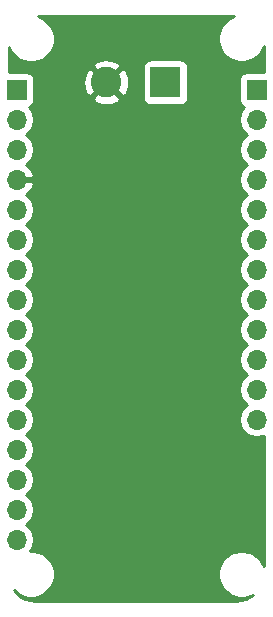
<source format=gbr>
%TF.GenerationSoftware,KiCad,Pcbnew,5.1.6-c6e7f7d~87~ubuntu18.04.1*%
%TF.CreationDate,2020-09-01T16:33:05-07:00*%
%TF.ProjectId,feather-power-supply-sw-smd,66656174-6865-4722-9d70-6f7765722d73,rev?*%
%TF.SameCoordinates,Original*%
%TF.FileFunction,Copper,L2,Bot*%
%TF.FilePolarity,Positive*%
%FSLAX46Y46*%
G04 Gerber Fmt 4.6, Leading zero omitted, Abs format (unit mm)*
G04 Created by KiCad (PCBNEW 5.1.6-c6e7f7d~87~ubuntu18.04.1) date 2020-09-01 16:33:05*
%MOMM*%
%LPD*%
G01*
G04 APERTURE LIST*
%TA.AperFunction,ComponentPad*%
%ADD10R,2.600000X2.600000*%
%TD*%
%TA.AperFunction,ComponentPad*%
%ADD11C,2.600000*%
%TD*%
%TA.AperFunction,ComponentPad*%
%ADD12O,1.700000X1.700000*%
%TD*%
%TA.AperFunction,ComponentPad*%
%ADD13R,1.700000X1.700000*%
%TD*%
%TA.AperFunction,ViaPad*%
%ADD14C,0.685800*%
%TD*%
%TA.AperFunction,Conductor*%
%ADD15C,0.254000*%
%TD*%
G04 APERTURE END LIST*
D10*
%TO.P,J1,1*%
%TO.N,/BATT+*%
X130467100Y-70116700D03*
D11*
%TO.P,J1,2*%
%TO.N,GND*%
X125467100Y-70116700D03*
%TD*%
D12*
%TO.P,J3,16*%
%TO.N,Net-(J3-Pad16)*%
X117856000Y-108839000D03*
%TO.P,J3,15*%
%TO.N,Net-(J3-Pad15)*%
X117856000Y-106299000D03*
%TO.P,J3,14*%
%TO.N,Net-(J3-Pad14)*%
X117856000Y-103759000D03*
%TO.P,J3,13*%
%TO.N,Net-(J3-Pad13)*%
X117856000Y-101219000D03*
%TO.P,J3,12*%
%TO.N,Net-(J3-Pad12)*%
X117856000Y-98679000D03*
%TO.P,J3,11*%
%TO.N,Net-(J3-Pad11)*%
X117856000Y-96139000D03*
%TO.P,J3,10*%
%TO.N,Net-(J3-Pad10)*%
X117856000Y-93599000D03*
%TO.P,J3,9*%
%TO.N,Net-(J3-Pad9)*%
X117856000Y-91059000D03*
%TO.P,J3,8*%
%TO.N,Net-(J3-Pad8)*%
X117856000Y-88519000D03*
%TO.P,J3,7*%
%TO.N,Net-(J3-Pad7)*%
X117856000Y-85979000D03*
%TO.P,J3,6*%
%TO.N,A0*%
X117856000Y-83439000D03*
%TO.P,J3,5*%
%TO.N,Net-(J3-Pad5)*%
X117856000Y-80899000D03*
%TO.P,J3,4*%
%TO.N,GND*%
X117856000Y-78359000D03*
%TO.P,J3,3*%
%TO.N,Net-(J3-Pad3)*%
X117856000Y-75819000D03*
%TO.P,J3,2*%
%TO.N,Net-(J3-Pad2)*%
X117856000Y-73279000D03*
D13*
%TO.P,J3,1*%
%TO.N,Net-(J3-Pad1)*%
X117856000Y-70739000D03*
%TD*%
%TO.P,J2,1*%
%TO.N,Net-(J2-Pad1)*%
X138176000Y-70739000D03*
D12*
%TO.P,J2,2*%
%TO.N,Net-(J2-Pad2)*%
X138176000Y-73279000D03*
%TO.P,J2,3*%
%TO.N,Net-(J2-Pad3)*%
X138176000Y-75819000D03*
%TO.P,J2,4*%
%TO.N,VUSB*%
X138176000Y-78359000D03*
%TO.P,J2,5*%
%TO.N,Net-(J2-Pad5)*%
X138176000Y-80899000D03*
%TO.P,J2,6*%
%TO.N,Net-(J2-Pad6)*%
X138176000Y-83439000D03*
%TO.P,J2,7*%
%TO.N,Net-(J2-Pad7)*%
X138176000Y-85979000D03*
%TO.P,J2,8*%
%TO.N,Net-(J2-Pad8)*%
X138176000Y-88519000D03*
%TO.P,J2,9*%
%TO.N,Net-(J2-Pad9)*%
X138176000Y-91059000D03*
%TO.P,J2,10*%
%TO.N,Net-(J2-Pad10)*%
X138176000Y-93599000D03*
%TO.P,J2,11*%
%TO.N,Net-(J2-Pad11)*%
X138176000Y-96139000D03*
%TO.P,J2,12*%
%TO.N,Net-(J2-Pad12)*%
X138176000Y-98679000D03*
%TD*%
D14*
%TO.N,GND*%
X121881900Y-73533000D03*
X129501900Y-87096600D03*
X129501900Y-87960200D03*
X129501900Y-88798400D03*
X134277100Y-93383100D03*
X135166100Y-93383100D03*
X128625600Y-93662500D03*
X133032500Y-91897200D03*
X122961400Y-64744600D03*
X124231400Y-64744600D03*
X126771400Y-64744600D03*
X125501400Y-64744600D03*
X130835400Y-64744600D03*
X132105400Y-64744600D03*
X129565400Y-64744600D03*
X133375400Y-64744600D03*
X128270000Y-64744600D03*
X121691400Y-64744600D03*
X134620000Y-64770000D03*
X120091200Y-89611200D03*
X120827800Y-89611200D03*
X121640600Y-89585800D03*
X123520200Y-90957400D03*
X124358400Y-90957400D03*
X123571000Y-81889600D03*
X130429000Y-81026000D03*
X130429000Y-81915000D03*
X130302000Y-77597000D03*
X130302000Y-78486000D03*
%TD*%
D15*
%TO.N,GND*%
G36*
X135965750Y-64661915D02*
G01*
X135640636Y-64879149D01*
X135364149Y-65155636D01*
X135146915Y-65480750D01*
X134997282Y-65841997D01*
X134921000Y-66225495D01*
X134921000Y-66616505D01*
X134997282Y-67000003D01*
X135146915Y-67361250D01*
X135364149Y-67686364D01*
X135640636Y-67962851D01*
X135965750Y-68180085D01*
X136326997Y-68329718D01*
X136710495Y-68406000D01*
X137101505Y-68406000D01*
X137485003Y-68329718D01*
X137846250Y-68180085D01*
X138171364Y-67962851D01*
X138447851Y-67686364D01*
X138665085Y-67361250D01*
X138786000Y-67069335D01*
X138786000Y-69250928D01*
X137326000Y-69250928D01*
X137201518Y-69263188D01*
X137081820Y-69299498D01*
X136971506Y-69358463D01*
X136874815Y-69437815D01*
X136795463Y-69534506D01*
X136736498Y-69644820D01*
X136700188Y-69764518D01*
X136687928Y-69889000D01*
X136687928Y-71589000D01*
X136700188Y-71713482D01*
X136736498Y-71833180D01*
X136795463Y-71943494D01*
X136874815Y-72040185D01*
X136971506Y-72119537D01*
X137081820Y-72178502D01*
X137154380Y-72200513D01*
X137022525Y-72332368D01*
X136860010Y-72575589D01*
X136748068Y-72845842D01*
X136691000Y-73132740D01*
X136691000Y-73425260D01*
X136748068Y-73712158D01*
X136860010Y-73982411D01*
X137022525Y-74225632D01*
X137229368Y-74432475D01*
X137403760Y-74549000D01*
X137229368Y-74665525D01*
X137022525Y-74872368D01*
X136860010Y-75115589D01*
X136748068Y-75385842D01*
X136691000Y-75672740D01*
X136691000Y-75965260D01*
X136748068Y-76252158D01*
X136860010Y-76522411D01*
X137022525Y-76765632D01*
X137229368Y-76972475D01*
X137403760Y-77089000D01*
X137229368Y-77205525D01*
X137022525Y-77412368D01*
X136860010Y-77655589D01*
X136748068Y-77925842D01*
X136691000Y-78212740D01*
X136691000Y-78505260D01*
X136748068Y-78792158D01*
X136860010Y-79062411D01*
X137022525Y-79305632D01*
X137229368Y-79512475D01*
X137403760Y-79629000D01*
X137229368Y-79745525D01*
X137022525Y-79952368D01*
X136860010Y-80195589D01*
X136748068Y-80465842D01*
X136691000Y-80752740D01*
X136691000Y-81045260D01*
X136748068Y-81332158D01*
X136860010Y-81602411D01*
X137022525Y-81845632D01*
X137229368Y-82052475D01*
X137403760Y-82169000D01*
X137229368Y-82285525D01*
X137022525Y-82492368D01*
X136860010Y-82735589D01*
X136748068Y-83005842D01*
X136691000Y-83292740D01*
X136691000Y-83585260D01*
X136748068Y-83872158D01*
X136860010Y-84142411D01*
X137022525Y-84385632D01*
X137229368Y-84592475D01*
X137403760Y-84709000D01*
X137229368Y-84825525D01*
X137022525Y-85032368D01*
X136860010Y-85275589D01*
X136748068Y-85545842D01*
X136691000Y-85832740D01*
X136691000Y-86125260D01*
X136748068Y-86412158D01*
X136860010Y-86682411D01*
X137022525Y-86925632D01*
X137229368Y-87132475D01*
X137403760Y-87249000D01*
X137229368Y-87365525D01*
X137022525Y-87572368D01*
X136860010Y-87815589D01*
X136748068Y-88085842D01*
X136691000Y-88372740D01*
X136691000Y-88665260D01*
X136748068Y-88952158D01*
X136860010Y-89222411D01*
X137022525Y-89465632D01*
X137229368Y-89672475D01*
X137403760Y-89789000D01*
X137229368Y-89905525D01*
X137022525Y-90112368D01*
X136860010Y-90355589D01*
X136748068Y-90625842D01*
X136691000Y-90912740D01*
X136691000Y-91205260D01*
X136748068Y-91492158D01*
X136860010Y-91762411D01*
X137022525Y-92005632D01*
X137229368Y-92212475D01*
X137403760Y-92329000D01*
X137229368Y-92445525D01*
X137022525Y-92652368D01*
X136860010Y-92895589D01*
X136748068Y-93165842D01*
X136691000Y-93452740D01*
X136691000Y-93745260D01*
X136748068Y-94032158D01*
X136860010Y-94302411D01*
X137022525Y-94545632D01*
X137229368Y-94752475D01*
X137403760Y-94869000D01*
X137229368Y-94985525D01*
X137022525Y-95192368D01*
X136860010Y-95435589D01*
X136748068Y-95705842D01*
X136691000Y-95992740D01*
X136691000Y-96285260D01*
X136748068Y-96572158D01*
X136860010Y-96842411D01*
X137022525Y-97085632D01*
X137229368Y-97292475D01*
X137403760Y-97409000D01*
X137229368Y-97525525D01*
X137022525Y-97732368D01*
X136860010Y-97975589D01*
X136748068Y-98245842D01*
X136691000Y-98532740D01*
X136691000Y-98825260D01*
X136748068Y-99112158D01*
X136860010Y-99382411D01*
X137022525Y-99625632D01*
X137229368Y-99832475D01*
X137472589Y-99994990D01*
X137742842Y-100106932D01*
X138029740Y-100164000D01*
X138322260Y-100164000D01*
X138609158Y-100106932D01*
X138786001Y-100033682D01*
X138786001Y-111111668D01*
X138665085Y-110819750D01*
X138447851Y-110494636D01*
X138171364Y-110218149D01*
X137846250Y-110000915D01*
X137485003Y-109851282D01*
X137101505Y-109775000D01*
X136710495Y-109775000D01*
X136326997Y-109851282D01*
X135965750Y-110000915D01*
X135640636Y-110218149D01*
X135364149Y-110494636D01*
X135146915Y-110819750D01*
X134997282Y-111180997D01*
X134921000Y-111564495D01*
X134921000Y-111955505D01*
X134997282Y-112339003D01*
X135146915Y-112700250D01*
X135364149Y-113025364D01*
X135640636Y-113301851D01*
X135965750Y-113519085D01*
X136326997Y-113668718D01*
X136710495Y-113745000D01*
X137101505Y-113745000D01*
X137485003Y-113668718D01*
X137836982Y-113522924D01*
X137731581Y-113610119D01*
X137322162Y-113831491D01*
X136877535Y-113969126D01*
X136383990Y-114021000D01*
X119412278Y-114021000D01*
X118966118Y-113977254D01*
X118568001Y-113857055D01*
X118200815Y-113661819D01*
X117878539Y-113398977D01*
X117620763Y-113087378D01*
X117835236Y-113301851D01*
X118160350Y-113519085D01*
X118521597Y-113668718D01*
X118905095Y-113745000D01*
X119296105Y-113745000D01*
X119679603Y-113668718D01*
X120040850Y-113519085D01*
X120365964Y-113301851D01*
X120642451Y-113025364D01*
X120859685Y-112700250D01*
X121009318Y-112339003D01*
X121085600Y-111955505D01*
X121085600Y-111564495D01*
X121009318Y-111180997D01*
X120859685Y-110819750D01*
X120642451Y-110494636D01*
X120365964Y-110218149D01*
X120040850Y-110000915D01*
X119679603Y-109851282D01*
X119296105Y-109775000D01*
X119016579Y-109775000D01*
X119171990Y-109542411D01*
X119283932Y-109272158D01*
X119341000Y-108985260D01*
X119341000Y-108692740D01*
X119283932Y-108405842D01*
X119171990Y-108135589D01*
X119009475Y-107892368D01*
X118802632Y-107685525D01*
X118628240Y-107569000D01*
X118802632Y-107452475D01*
X119009475Y-107245632D01*
X119171990Y-107002411D01*
X119283932Y-106732158D01*
X119341000Y-106445260D01*
X119341000Y-106152740D01*
X119283932Y-105865842D01*
X119171990Y-105595589D01*
X119009475Y-105352368D01*
X118802632Y-105145525D01*
X118628240Y-105029000D01*
X118802632Y-104912475D01*
X119009475Y-104705632D01*
X119171990Y-104462411D01*
X119283932Y-104192158D01*
X119341000Y-103905260D01*
X119341000Y-103612740D01*
X119283932Y-103325842D01*
X119171990Y-103055589D01*
X119009475Y-102812368D01*
X118802632Y-102605525D01*
X118628240Y-102489000D01*
X118802632Y-102372475D01*
X119009475Y-102165632D01*
X119171990Y-101922411D01*
X119283932Y-101652158D01*
X119341000Y-101365260D01*
X119341000Y-101072740D01*
X119283932Y-100785842D01*
X119171990Y-100515589D01*
X119009475Y-100272368D01*
X118802632Y-100065525D01*
X118628240Y-99949000D01*
X118802632Y-99832475D01*
X119009475Y-99625632D01*
X119171990Y-99382411D01*
X119283932Y-99112158D01*
X119341000Y-98825260D01*
X119341000Y-98532740D01*
X119283932Y-98245842D01*
X119171990Y-97975589D01*
X119009475Y-97732368D01*
X118802632Y-97525525D01*
X118628240Y-97409000D01*
X118802632Y-97292475D01*
X119009475Y-97085632D01*
X119171990Y-96842411D01*
X119283932Y-96572158D01*
X119341000Y-96285260D01*
X119341000Y-95992740D01*
X119283932Y-95705842D01*
X119171990Y-95435589D01*
X119009475Y-95192368D01*
X118802632Y-94985525D01*
X118628240Y-94869000D01*
X118802632Y-94752475D01*
X119009475Y-94545632D01*
X119171990Y-94302411D01*
X119283932Y-94032158D01*
X119341000Y-93745260D01*
X119341000Y-93452740D01*
X119283932Y-93165842D01*
X119171990Y-92895589D01*
X119009475Y-92652368D01*
X118802632Y-92445525D01*
X118628240Y-92329000D01*
X118802632Y-92212475D01*
X119009475Y-92005632D01*
X119171990Y-91762411D01*
X119283932Y-91492158D01*
X119341000Y-91205260D01*
X119341000Y-90912740D01*
X119283932Y-90625842D01*
X119171990Y-90355589D01*
X119009475Y-90112368D01*
X118802632Y-89905525D01*
X118628240Y-89789000D01*
X118802632Y-89672475D01*
X119009475Y-89465632D01*
X119171990Y-89222411D01*
X119283932Y-88952158D01*
X119341000Y-88665260D01*
X119341000Y-88372740D01*
X119283932Y-88085842D01*
X119171990Y-87815589D01*
X119009475Y-87572368D01*
X118802632Y-87365525D01*
X118628240Y-87249000D01*
X118802632Y-87132475D01*
X119009475Y-86925632D01*
X119171990Y-86682411D01*
X119283932Y-86412158D01*
X119341000Y-86125260D01*
X119341000Y-85832740D01*
X119283932Y-85545842D01*
X119171990Y-85275589D01*
X119009475Y-85032368D01*
X118802632Y-84825525D01*
X118628240Y-84709000D01*
X118802632Y-84592475D01*
X119009475Y-84385632D01*
X119171990Y-84142411D01*
X119283932Y-83872158D01*
X119341000Y-83585260D01*
X119341000Y-83292740D01*
X119283932Y-83005842D01*
X119171990Y-82735589D01*
X119009475Y-82492368D01*
X118802632Y-82285525D01*
X118628240Y-82169000D01*
X118802632Y-82052475D01*
X119009475Y-81845632D01*
X119171990Y-81602411D01*
X119283932Y-81332158D01*
X119341000Y-81045260D01*
X119341000Y-80752740D01*
X119283932Y-80465842D01*
X119171990Y-80195589D01*
X119009475Y-79952368D01*
X118802632Y-79745525D01*
X118620466Y-79623805D01*
X118737355Y-79554178D01*
X118953588Y-79359269D01*
X119127641Y-79125920D01*
X119252825Y-78863099D01*
X119297476Y-78715890D01*
X119176155Y-78486000D01*
X117983000Y-78486000D01*
X117983000Y-78506000D01*
X117729000Y-78506000D01*
X117729000Y-78486000D01*
X117709000Y-78486000D01*
X117709000Y-78232000D01*
X117729000Y-78232000D01*
X117729000Y-78212000D01*
X117983000Y-78212000D01*
X117983000Y-78232000D01*
X119176155Y-78232000D01*
X119297476Y-78002110D01*
X119252825Y-77854901D01*
X119127641Y-77592080D01*
X118953588Y-77358731D01*
X118737355Y-77163822D01*
X118620466Y-77094195D01*
X118802632Y-76972475D01*
X119009475Y-76765632D01*
X119171990Y-76522411D01*
X119283932Y-76252158D01*
X119341000Y-75965260D01*
X119341000Y-75672740D01*
X119283932Y-75385842D01*
X119171990Y-75115589D01*
X119009475Y-74872368D01*
X118802632Y-74665525D01*
X118628240Y-74549000D01*
X118802632Y-74432475D01*
X119009475Y-74225632D01*
X119171990Y-73982411D01*
X119283932Y-73712158D01*
X119341000Y-73425260D01*
X119341000Y-73132740D01*
X119283932Y-72845842D01*
X119171990Y-72575589D01*
X119009475Y-72332368D01*
X118877620Y-72200513D01*
X118950180Y-72178502D01*
X119060494Y-72119537D01*
X119157185Y-72040185D01*
X119236537Y-71943494D01*
X119295502Y-71833180D01*
X119331812Y-71713482D01*
X119344072Y-71589000D01*
X119344072Y-71465924D01*
X124297481Y-71465924D01*
X124429417Y-71761012D01*
X124770145Y-71931859D01*
X125137657Y-72032950D01*
X125517829Y-72060401D01*
X125896051Y-72013157D01*
X126257790Y-71893033D01*
X126504783Y-71761012D01*
X126636719Y-71465924D01*
X125467100Y-70296305D01*
X124297481Y-71465924D01*
X119344072Y-71465924D01*
X119344072Y-70167429D01*
X123523399Y-70167429D01*
X123570643Y-70545651D01*
X123690767Y-70907390D01*
X123822788Y-71154383D01*
X124117876Y-71286319D01*
X125287495Y-70116700D01*
X125646705Y-70116700D01*
X126816324Y-71286319D01*
X127111412Y-71154383D01*
X127282259Y-70813655D01*
X127383350Y-70446143D01*
X127410801Y-70065971D01*
X127363557Y-69687749D01*
X127243433Y-69326010D01*
X127111412Y-69079017D01*
X126816324Y-68947081D01*
X125646705Y-70116700D01*
X125287495Y-70116700D01*
X124117876Y-68947081D01*
X123822788Y-69079017D01*
X123651941Y-69419745D01*
X123550850Y-69787257D01*
X123523399Y-70167429D01*
X119344072Y-70167429D01*
X119344072Y-69889000D01*
X119331812Y-69764518D01*
X119295502Y-69644820D01*
X119236537Y-69534506D01*
X119157185Y-69437815D01*
X119060494Y-69358463D01*
X118950180Y-69299498D01*
X118830482Y-69263188D01*
X118706000Y-69250928D01*
X117246000Y-69250928D01*
X117246000Y-68767476D01*
X124297481Y-68767476D01*
X125467100Y-69937095D01*
X126587495Y-68816700D01*
X128529028Y-68816700D01*
X128529028Y-71416700D01*
X128541288Y-71541182D01*
X128577598Y-71660880D01*
X128636563Y-71771194D01*
X128715915Y-71867885D01*
X128812606Y-71947237D01*
X128922920Y-72006202D01*
X129042618Y-72042512D01*
X129167100Y-72054772D01*
X131767100Y-72054772D01*
X131891582Y-72042512D01*
X132011280Y-72006202D01*
X132121594Y-71947237D01*
X132218285Y-71867885D01*
X132297637Y-71771194D01*
X132356602Y-71660880D01*
X132392912Y-71541182D01*
X132405172Y-71416700D01*
X132405172Y-68816700D01*
X132392912Y-68692218D01*
X132356602Y-68572520D01*
X132297637Y-68462206D01*
X132218285Y-68365515D01*
X132121594Y-68286163D01*
X132011280Y-68227198D01*
X131891582Y-68190888D01*
X131767100Y-68178628D01*
X129167100Y-68178628D01*
X129042618Y-68190888D01*
X128922920Y-68227198D01*
X128812606Y-68286163D01*
X128715915Y-68365515D01*
X128636563Y-68462206D01*
X128577598Y-68572520D01*
X128541288Y-68692218D01*
X128529028Y-68816700D01*
X126587495Y-68816700D01*
X126636719Y-68767476D01*
X126504783Y-68472388D01*
X126164055Y-68301541D01*
X125796543Y-68200450D01*
X125416371Y-68172999D01*
X125038149Y-68220243D01*
X124676410Y-68340367D01*
X124429417Y-68472388D01*
X124297481Y-68767476D01*
X117246000Y-68767476D01*
X117246000Y-67156056D01*
X117341515Y-67386650D01*
X117558749Y-67711764D01*
X117835236Y-67988251D01*
X118160350Y-68205485D01*
X118521597Y-68355118D01*
X118905095Y-68431400D01*
X119296105Y-68431400D01*
X119679603Y-68355118D01*
X120040850Y-68205485D01*
X120365964Y-67988251D01*
X120642451Y-67711764D01*
X120859685Y-67386650D01*
X121009318Y-67025403D01*
X121085600Y-66641905D01*
X121085600Y-66250895D01*
X121009318Y-65867397D01*
X120859685Y-65506150D01*
X120642451Y-65181036D01*
X120365964Y-64904549D01*
X120040850Y-64687315D01*
X119687613Y-64541000D01*
X136257665Y-64541000D01*
X135965750Y-64661915D01*
G37*
X135965750Y-64661915D02*
X135640636Y-64879149D01*
X135364149Y-65155636D01*
X135146915Y-65480750D01*
X134997282Y-65841997D01*
X134921000Y-66225495D01*
X134921000Y-66616505D01*
X134997282Y-67000003D01*
X135146915Y-67361250D01*
X135364149Y-67686364D01*
X135640636Y-67962851D01*
X135965750Y-68180085D01*
X136326997Y-68329718D01*
X136710495Y-68406000D01*
X137101505Y-68406000D01*
X137485003Y-68329718D01*
X137846250Y-68180085D01*
X138171364Y-67962851D01*
X138447851Y-67686364D01*
X138665085Y-67361250D01*
X138786000Y-67069335D01*
X138786000Y-69250928D01*
X137326000Y-69250928D01*
X137201518Y-69263188D01*
X137081820Y-69299498D01*
X136971506Y-69358463D01*
X136874815Y-69437815D01*
X136795463Y-69534506D01*
X136736498Y-69644820D01*
X136700188Y-69764518D01*
X136687928Y-69889000D01*
X136687928Y-71589000D01*
X136700188Y-71713482D01*
X136736498Y-71833180D01*
X136795463Y-71943494D01*
X136874815Y-72040185D01*
X136971506Y-72119537D01*
X137081820Y-72178502D01*
X137154380Y-72200513D01*
X137022525Y-72332368D01*
X136860010Y-72575589D01*
X136748068Y-72845842D01*
X136691000Y-73132740D01*
X136691000Y-73425260D01*
X136748068Y-73712158D01*
X136860010Y-73982411D01*
X137022525Y-74225632D01*
X137229368Y-74432475D01*
X137403760Y-74549000D01*
X137229368Y-74665525D01*
X137022525Y-74872368D01*
X136860010Y-75115589D01*
X136748068Y-75385842D01*
X136691000Y-75672740D01*
X136691000Y-75965260D01*
X136748068Y-76252158D01*
X136860010Y-76522411D01*
X137022525Y-76765632D01*
X137229368Y-76972475D01*
X137403760Y-77089000D01*
X137229368Y-77205525D01*
X137022525Y-77412368D01*
X136860010Y-77655589D01*
X136748068Y-77925842D01*
X136691000Y-78212740D01*
X136691000Y-78505260D01*
X136748068Y-78792158D01*
X136860010Y-79062411D01*
X137022525Y-79305632D01*
X137229368Y-79512475D01*
X137403760Y-79629000D01*
X137229368Y-79745525D01*
X137022525Y-79952368D01*
X136860010Y-80195589D01*
X136748068Y-80465842D01*
X136691000Y-80752740D01*
X136691000Y-81045260D01*
X136748068Y-81332158D01*
X136860010Y-81602411D01*
X137022525Y-81845632D01*
X137229368Y-82052475D01*
X137403760Y-82169000D01*
X137229368Y-82285525D01*
X137022525Y-82492368D01*
X136860010Y-82735589D01*
X136748068Y-83005842D01*
X136691000Y-83292740D01*
X136691000Y-83585260D01*
X136748068Y-83872158D01*
X136860010Y-84142411D01*
X137022525Y-84385632D01*
X137229368Y-84592475D01*
X137403760Y-84709000D01*
X137229368Y-84825525D01*
X137022525Y-85032368D01*
X136860010Y-85275589D01*
X136748068Y-85545842D01*
X136691000Y-85832740D01*
X136691000Y-86125260D01*
X136748068Y-86412158D01*
X136860010Y-86682411D01*
X137022525Y-86925632D01*
X137229368Y-87132475D01*
X137403760Y-87249000D01*
X137229368Y-87365525D01*
X137022525Y-87572368D01*
X136860010Y-87815589D01*
X136748068Y-88085842D01*
X136691000Y-88372740D01*
X136691000Y-88665260D01*
X136748068Y-88952158D01*
X136860010Y-89222411D01*
X137022525Y-89465632D01*
X137229368Y-89672475D01*
X137403760Y-89789000D01*
X137229368Y-89905525D01*
X137022525Y-90112368D01*
X136860010Y-90355589D01*
X136748068Y-90625842D01*
X136691000Y-90912740D01*
X136691000Y-91205260D01*
X136748068Y-91492158D01*
X136860010Y-91762411D01*
X137022525Y-92005632D01*
X137229368Y-92212475D01*
X137403760Y-92329000D01*
X137229368Y-92445525D01*
X137022525Y-92652368D01*
X136860010Y-92895589D01*
X136748068Y-93165842D01*
X136691000Y-93452740D01*
X136691000Y-93745260D01*
X136748068Y-94032158D01*
X136860010Y-94302411D01*
X137022525Y-94545632D01*
X137229368Y-94752475D01*
X137403760Y-94869000D01*
X137229368Y-94985525D01*
X137022525Y-95192368D01*
X136860010Y-95435589D01*
X136748068Y-95705842D01*
X136691000Y-95992740D01*
X136691000Y-96285260D01*
X136748068Y-96572158D01*
X136860010Y-96842411D01*
X137022525Y-97085632D01*
X137229368Y-97292475D01*
X137403760Y-97409000D01*
X137229368Y-97525525D01*
X137022525Y-97732368D01*
X136860010Y-97975589D01*
X136748068Y-98245842D01*
X136691000Y-98532740D01*
X136691000Y-98825260D01*
X136748068Y-99112158D01*
X136860010Y-99382411D01*
X137022525Y-99625632D01*
X137229368Y-99832475D01*
X137472589Y-99994990D01*
X137742842Y-100106932D01*
X138029740Y-100164000D01*
X138322260Y-100164000D01*
X138609158Y-100106932D01*
X138786001Y-100033682D01*
X138786001Y-111111668D01*
X138665085Y-110819750D01*
X138447851Y-110494636D01*
X138171364Y-110218149D01*
X137846250Y-110000915D01*
X137485003Y-109851282D01*
X137101505Y-109775000D01*
X136710495Y-109775000D01*
X136326997Y-109851282D01*
X135965750Y-110000915D01*
X135640636Y-110218149D01*
X135364149Y-110494636D01*
X135146915Y-110819750D01*
X134997282Y-111180997D01*
X134921000Y-111564495D01*
X134921000Y-111955505D01*
X134997282Y-112339003D01*
X135146915Y-112700250D01*
X135364149Y-113025364D01*
X135640636Y-113301851D01*
X135965750Y-113519085D01*
X136326997Y-113668718D01*
X136710495Y-113745000D01*
X137101505Y-113745000D01*
X137485003Y-113668718D01*
X137836982Y-113522924D01*
X137731581Y-113610119D01*
X137322162Y-113831491D01*
X136877535Y-113969126D01*
X136383990Y-114021000D01*
X119412278Y-114021000D01*
X118966118Y-113977254D01*
X118568001Y-113857055D01*
X118200815Y-113661819D01*
X117878539Y-113398977D01*
X117620763Y-113087378D01*
X117835236Y-113301851D01*
X118160350Y-113519085D01*
X118521597Y-113668718D01*
X118905095Y-113745000D01*
X119296105Y-113745000D01*
X119679603Y-113668718D01*
X120040850Y-113519085D01*
X120365964Y-113301851D01*
X120642451Y-113025364D01*
X120859685Y-112700250D01*
X121009318Y-112339003D01*
X121085600Y-111955505D01*
X121085600Y-111564495D01*
X121009318Y-111180997D01*
X120859685Y-110819750D01*
X120642451Y-110494636D01*
X120365964Y-110218149D01*
X120040850Y-110000915D01*
X119679603Y-109851282D01*
X119296105Y-109775000D01*
X119016579Y-109775000D01*
X119171990Y-109542411D01*
X119283932Y-109272158D01*
X119341000Y-108985260D01*
X119341000Y-108692740D01*
X119283932Y-108405842D01*
X119171990Y-108135589D01*
X119009475Y-107892368D01*
X118802632Y-107685525D01*
X118628240Y-107569000D01*
X118802632Y-107452475D01*
X119009475Y-107245632D01*
X119171990Y-107002411D01*
X119283932Y-106732158D01*
X119341000Y-106445260D01*
X119341000Y-106152740D01*
X119283932Y-105865842D01*
X119171990Y-105595589D01*
X119009475Y-105352368D01*
X118802632Y-105145525D01*
X118628240Y-105029000D01*
X118802632Y-104912475D01*
X119009475Y-104705632D01*
X119171990Y-104462411D01*
X119283932Y-104192158D01*
X119341000Y-103905260D01*
X119341000Y-103612740D01*
X119283932Y-103325842D01*
X119171990Y-103055589D01*
X119009475Y-102812368D01*
X118802632Y-102605525D01*
X118628240Y-102489000D01*
X118802632Y-102372475D01*
X119009475Y-102165632D01*
X119171990Y-101922411D01*
X119283932Y-101652158D01*
X119341000Y-101365260D01*
X119341000Y-101072740D01*
X119283932Y-100785842D01*
X119171990Y-100515589D01*
X119009475Y-100272368D01*
X118802632Y-100065525D01*
X118628240Y-99949000D01*
X118802632Y-99832475D01*
X119009475Y-99625632D01*
X119171990Y-99382411D01*
X119283932Y-99112158D01*
X119341000Y-98825260D01*
X119341000Y-98532740D01*
X119283932Y-98245842D01*
X119171990Y-97975589D01*
X119009475Y-97732368D01*
X118802632Y-97525525D01*
X118628240Y-97409000D01*
X118802632Y-97292475D01*
X119009475Y-97085632D01*
X119171990Y-96842411D01*
X119283932Y-96572158D01*
X119341000Y-96285260D01*
X119341000Y-95992740D01*
X119283932Y-95705842D01*
X119171990Y-95435589D01*
X119009475Y-95192368D01*
X118802632Y-94985525D01*
X118628240Y-94869000D01*
X118802632Y-94752475D01*
X119009475Y-94545632D01*
X119171990Y-94302411D01*
X119283932Y-94032158D01*
X119341000Y-93745260D01*
X119341000Y-93452740D01*
X119283932Y-93165842D01*
X119171990Y-92895589D01*
X119009475Y-92652368D01*
X118802632Y-92445525D01*
X118628240Y-92329000D01*
X118802632Y-92212475D01*
X119009475Y-92005632D01*
X119171990Y-91762411D01*
X119283932Y-91492158D01*
X119341000Y-91205260D01*
X119341000Y-90912740D01*
X119283932Y-90625842D01*
X119171990Y-90355589D01*
X119009475Y-90112368D01*
X118802632Y-89905525D01*
X118628240Y-89789000D01*
X118802632Y-89672475D01*
X119009475Y-89465632D01*
X119171990Y-89222411D01*
X119283932Y-88952158D01*
X119341000Y-88665260D01*
X119341000Y-88372740D01*
X119283932Y-88085842D01*
X119171990Y-87815589D01*
X119009475Y-87572368D01*
X118802632Y-87365525D01*
X118628240Y-87249000D01*
X118802632Y-87132475D01*
X119009475Y-86925632D01*
X119171990Y-86682411D01*
X119283932Y-86412158D01*
X119341000Y-86125260D01*
X119341000Y-85832740D01*
X119283932Y-85545842D01*
X119171990Y-85275589D01*
X119009475Y-85032368D01*
X118802632Y-84825525D01*
X118628240Y-84709000D01*
X118802632Y-84592475D01*
X119009475Y-84385632D01*
X119171990Y-84142411D01*
X119283932Y-83872158D01*
X119341000Y-83585260D01*
X119341000Y-83292740D01*
X119283932Y-83005842D01*
X119171990Y-82735589D01*
X119009475Y-82492368D01*
X118802632Y-82285525D01*
X118628240Y-82169000D01*
X118802632Y-82052475D01*
X119009475Y-81845632D01*
X119171990Y-81602411D01*
X119283932Y-81332158D01*
X119341000Y-81045260D01*
X119341000Y-80752740D01*
X119283932Y-80465842D01*
X119171990Y-80195589D01*
X119009475Y-79952368D01*
X118802632Y-79745525D01*
X118620466Y-79623805D01*
X118737355Y-79554178D01*
X118953588Y-79359269D01*
X119127641Y-79125920D01*
X119252825Y-78863099D01*
X119297476Y-78715890D01*
X119176155Y-78486000D01*
X117983000Y-78486000D01*
X117983000Y-78506000D01*
X117729000Y-78506000D01*
X117729000Y-78486000D01*
X117709000Y-78486000D01*
X117709000Y-78232000D01*
X117729000Y-78232000D01*
X117729000Y-78212000D01*
X117983000Y-78212000D01*
X117983000Y-78232000D01*
X119176155Y-78232000D01*
X119297476Y-78002110D01*
X119252825Y-77854901D01*
X119127641Y-77592080D01*
X118953588Y-77358731D01*
X118737355Y-77163822D01*
X118620466Y-77094195D01*
X118802632Y-76972475D01*
X119009475Y-76765632D01*
X119171990Y-76522411D01*
X119283932Y-76252158D01*
X119341000Y-75965260D01*
X119341000Y-75672740D01*
X119283932Y-75385842D01*
X119171990Y-75115589D01*
X119009475Y-74872368D01*
X118802632Y-74665525D01*
X118628240Y-74549000D01*
X118802632Y-74432475D01*
X119009475Y-74225632D01*
X119171990Y-73982411D01*
X119283932Y-73712158D01*
X119341000Y-73425260D01*
X119341000Y-73132740D01*
X119283932Y-72845842D01*
X119171990Y-72575589D01*
X119009475Y-72332368D01*
X118877620Y-72200513D01*
X118950180Y-72178502D01*
X119060494Y-72119537D01*
X119157185Y-72040185D01*
X119236537Y-71943494D01*
X119295502Y-71833180D01*
X119331812Y-71713482D01*
X119344072Y-71589000D01*
X119344072Y-71465924D01*
X124297481Y-71465924D01*
X124429417Y-71761012D01*
X124770145Y-71931859D01*
X125137657Y-72032950D01*
X125517829Y-72060401D01*
X125896051Y-72013157D01*
X126257790Y-71893033D01*
X126504783Y-71761012D01*
X126636719Y-71465924D01*
X125467100Y-70296305D01*
X124297481Y-71465924D01*
X119344072Y-71465924D01*
X119344072Y-70167429D01*
X123523399Y-70167429D01*
X123570643Y-70545651D01*
X123690767Y-70907390D01*
X123822788Y-71154383D01*
X124117876Y-71286319D01*
X125287495Y-70116700D01*
X125646705Y-70116700D01*
X126816324Y-71286319D01*
X127111412Y-71154383D01*
X127282259Y-70813655D01*
X127383350Y-70446143D01*
X127410801Y-70065971D01*
X127363557Y-69687749D01*
X127243433Y-69326010D01*
X127111412Y-69079017D01*
X126816324Y-68947081D01*
X125646705Y-70116700D01*
X125287495Y-70116700D01*
X124117876Y-68947081D01*
X123822788Y-69079017D01*
X123651941Y-69419745D01*
X123550850Y-69787257D01*
X123523399Y-70167429D01*
X119344072Y-70167429D01*
X119344072Y-69889000D01*
X119331812Y-69764518D01*
X119295502Y-69644820D01*
X119236537Y-69534506D01*
X119157185Y-69437815D01*
X119060494Y-69358463D01*
X118950180Y-69299498D01*
X118830482Y-69263188D01*
X118706000Y-69250928D01*
X117246000Y-69250928D01*
X117246000Y-68767476D01*
X124297481Y-68767476D01*
X125467100Y-69937095D01*
X126587495Y-68816700D01*
X128529028Y-68816700D01*
X128529028Y-71416700D01*
X128541288Y-71541182D01*
X128577598Y-71660880D01*
X128636563Y-71771194D01*
X128715915Y-71867885D01*
X128812606Y-71947237D01*
X128922920Y-72006202D01*
X129042618Y-72042512D01*
X129167100Y-72054772D01*
X131767100Y-72054772D01*
X131891582Y-72042512D01*
X132011280Y-72006202D01*
X132121594Y-71947237D01*
X132218285Y-71867885D01*
X132297637Y-71771194D01*
X132356602Y-71660880D01*
X132392912Y-71541182D01*
X132405172Y-71416700D01*
X132405172Y-68816700D01*
X132392912Y-68692218D01*
X132356602Y-68572520D01*
X132297637Y-68462206D01*
X132218285Y-68365515D01*
X132121594Y-68286163D01*
X132011280Y-68227198D01*
X131891582Y-68190888D01*
X131767100Y-68178628D01*
X129167100Y-68178628D01*
X129042618Y-68190888D01*
X128922920Y-68227198D01*
X128812606Y-68286163D01*
X128715915Y-68365515D01*
X128636563Y-68462206D01*
X128577598Y-68572520D01*
X128541288Y-68692218D01*
X128529028Y-68816700D01*
X126587495Y-68816700D01*
X126636719Y-68767476D01*
X126504783Y-68472388D01*
X126164055Y-68301541D01*
X125796543Y-68200450D01*
X125416371Y-68172999D01*
X125038149Y-68220243D01*
X124676410Y-68340367D01*
X124429417Y-68472388D01*
X124297481Y-68767476D01*
X117246000Y-68767476D01*
X117246000Y-67156056D01*
X117341515Y-67386650D01*
X117558749Y-67711764D01*
X117835236Y-67988251D01*
X118160350Y-68205485D01*
X118521597Y-68355118D01*
X118905095Y-68431400D01*
X119296105Y-68431400D01*
X119679603Y-68355118D01*
X120040850Y-68205485D01*
X120365964Y-67988251D01*
X120642451Y-67711764D01*
X120859685Y-67386650D01*
X121009318Y-67025403D01*
X121085600Y-66641905D01*
X121085600Y-66250895D01*
X121009318Y-65867397D01*
X120859685Y-65506150D01*
X120642451Y-65181036D01*
X120365964Y-64904549D01*
X120040850Y-64687315D01*
X119687613Y-64541000D01*
X136257665Y-64541000D01*
X135965750Y-64661915D01*
%TD*%
M02*

</source>
